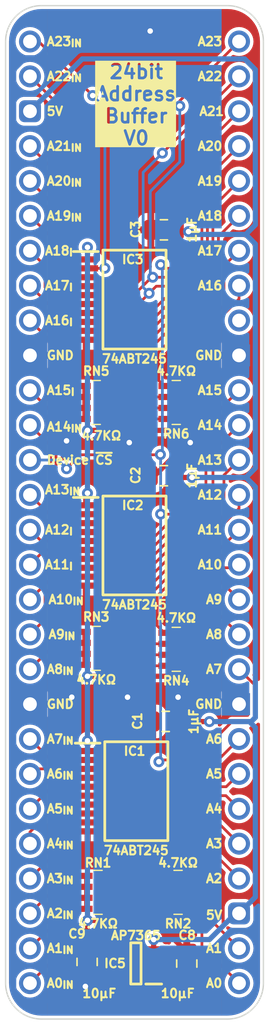
<source format=kicad_pcb>
(kicad_pcb (version 20221018) (generator pcbnew)
  (title_block (title "Address Buffer 24bit") (date "2024-02-01") (rev "V0"))
  (layers (0 "F.Cu" signal) (31 "B.Cu" signal) (36 "B.SilkS" user "B.Silkscreen") (37 "F.SilkS" user "F.Silkscreen") (38 "B.Mask" user) (39 "F.Mask" user) (44 "Edge.Cuts" user))
  (net 0 "")
  (net 1 "/5V")
  (net 2 "/GND")
  (net 3 "/3.3V")
  (net 5 "/Device ~{CS}")
  (net 6 "/A7_{IN}")
  (net 7 "/A6_{IN}")
  (net 8 "/A5_{IN}")
  (net 9 "/A4_{IN}")
  (net 10 "/A3_{IN}")
  (net 11 "/A2_{IN}")
  (net 12 "/A1_{IN}")
  (net 13 "/A0_{IN}")
  (net 14 "/A0")
  (net 15 "/A1")
  (net 16 "/A2")
  (net 17 "/A3")
  (net 18 "/A4")
  (net 19 "/A5")
  (net 20 "/A6")
  (net 21 "/A7")
  (net 22 "/A15_{IN}")
  (net 23 "/A14_{IN}")
  (net 24 "/A13_{IN}")
  (net 25 "/A12_{IN}")
  (net 26 "/A11_{IN}")
  (net 27 "/A10_{IN}")
  (net 28 "/A9_{IN}")
  (net 29 "/A8_{IN}")
  (net 30 "/A8")
  (net 31 "/A9")
  (net 32 "/A10")
  (net 33 "/A11")
  (net 34 "/A12")
  (net 35 "/A13")
  (net 36 "/A14")
  (net 37 "/A15")
  (net 38 "/A23_{IN}")
  (net 39 "/A22_{IN}")
  (net 40 "/A21_{IN}")
  (net 41 "/A20_{IN}")
  (net 42 "/A19_{IN}")
  (net 43 "/A18_{IN}")
  (net 44 "/A17_{IN}")
  (net 45 "/A16_{IN}")
  (net 46 "/A16")
  (net 47 "/A17")
  (net 48 "/A18")
  (net 49 "/A19")
  (net 50 "/A20")
  (net 51 "/A21")
  (net 52 "/A22")
  (net 53 "/A23")
  (footprint "SamacSys_Parts:CAY16472J4LF" (layer "F.Cu") (at 99.568 84.709 180)
    (fp_text reference "RN6")
    (fp_text value "CAY16-472J4LF" hide)
  )
  (footprint "SamacSys_Parts:SOP65P780X200-20N" (layer "F.Cu") (at 96.52 95.123)
    (fp_text reference "IC2")
    (fp_text value "SN74ABT245BDBR" hide)
  )
  (footprint "SamacSys_Parts:C_0805" (layer "F.Cu") (at 100.330485 125.587915)
    (fp_text reference "C8")
    (fp_text value "10µF")
  )
  (footprint "SamacSys_Parts:CAY16472J4LF" (layer "F.Cu") (at 99.701 120.385 180)
    (fp_text reference "RN2")
    (fp_text value "CAY16-472J4LF" hide)
  )
  (footprint "SamacSys_Parts:CAY16472J4LF" (layer "F.Cu") (at 93.859 120.385)
    (fp_text reference "RN1")
    (fp_text value "CAY16-472J4LF" hide)
  )
  (footprint "SamacSys_Parts:CAY16472J4LF" (layer "F.Cu") (at 93.726 102.616)
    (fp_text reference "RN3")
    (fp_text value "CAY16-472J4LF" hide)
  )
  (footprint "SamacSys_Parts:CAY16472J4LF" (layer "F.Cu") (at 93.726 84.709)
    (fp_text reference "RN5")
    (fp_text value "CAY16-472J4LF" hide)
  )
  (footprint "SamacSys_Parts:SOP65P780X200-20N" (layer "F.Cu") (at 96.52 77.216)
    (fp_text reference "IC3")
    (fp_text value "SN74ABT245BDBR" hide)
  )
  (footprint "SamacSys_Parts:C_0805" (layer "F.Cu") (at 98.679 72.136 90)
    (fp_text reference "C3")
    (fp_text value "1μF")
  )
  (footprint "SamacSys_Parts:C_0805" (layer "F.Cu") (at 98.679 90.043 90)
    (fp_text reference "C2")
    (fp_text value "1μF")
  )
  (footprint "SamacSys_Parts:SOP65P780X200-20N" (layer "F.Cu") (at 96.653 113.019)
    (fp_text reference "IC1")
    (fp_text value "SN74ABT245BDBR" hide)
  )
  (footprint "SamacSys_Parts:CAY16472J4LF" (layer "F.Cu") (at 99.568 102.686 180)
    (fp_text reference "RN4")
    (fp_text value "CAY16-472J4LF" hide)
  )
  (footprint "SamacSys_Parts:C_0805" (layer "F.Cu") (at 93.066085 125.435515 180)
    (fp_text reference "C9")
    (fp_text value "10µF")
  )
  (footprint "SamacSys_Parts:SOT95P285X130-5N" (layer "F.Cu") (at 96.622085 125.562515 180)
    (fp_text reference "IC5")
    (fp_text value "AP7365-33WG-7" hide)
  )
  (footprint "SamacSys_Parts:C_0805" (layer "F.Cu") (at 98.812 107.939 90)
    (fp_text reference "C1")
    (fp_text value "1μF")
  )
  (footprint "SamacSys_Parts:DIP-56_Board_W15.24mm" (layer "F.Cu") (at 88.9 58.42)
    (fp_text reference "J2" hide)
    (fp_text value "Conn_02x28_Counter_Clockwise" hide)
    (fp_line (start -1.778 68.58) (end -1.778 0) (stroke (width 0.1)) (layer "Edge.Cuts"))
    (fp_line (start 0.835732 -2.613732) (end 14.404267 -2.613733) (stroke (width 0.1)) (layer "Edge.Cuts"))
    (fp_line (start 14.404268 71.193732) (end 0.835733 71.193733) (stroke (width 0.1)) (layer "Edge.Cuts"))
    (fp_line (start 17.018 68.58) (end 17.017999 -0.000001) (stroke (width 0.1)) (layer "Edge.Cuts"))
    (fp_arc (start -1.778 0) (mid -1.012456 -1.848188) (end 0.835732 -2.613732) (stroke (width 0.1)) (layer "Edge.Cuts"))
    (fp_arc (start 0.835733 71.193733) (mid -1.012457 70.42819) (end -1.778 68.58) (stroke (width 0.1)) (layer "Edge.Cuts"))
    (fp_arc (start 14.404267 -2.613733) (mid 16.252448 -1.848183) (end 17.017999 -0.000001) (stroke (width 0.1)) (layer "Edge.Cuts"))
    (fp_arc (start 17.018 68.58) (mid 16.252456 70.428187) (end 14.404268 71.193732) (stroke (width 0.1)) (layer "Edge.Cuts"))
  )
  (gr_text "GND" (at 90.043 106.68) (layer "F.SilkS") (effects (font (size 0.635 0.635)) (justify left)))
  (gr_text "A14_{IN}" (at 90.043 86.487) (layer "F.SilkS") (effects (font (size 0.635 0.635)) (justify left)))
  (gr_text "GND" (at 102.997 81.28) (layer "F.SilkS") (effects (font (size 0.635 0.635)) (justify right)))
  (gr_text "A21" (at 103.124 63.5) (layer "F.SilkS") (effects (font (size 0.635 0.635)) (justify right)))
  (gr_text "A11" (at 102.997 93.98) (layer "F.SilkS") (effects (font (size 0.635 0.635)) (justify right)))
  (gr_text "5V" (at 90.043 63.5) (layer "F.SilkS") (effects (font (size 0.635 0.635)) (justify left)))
  (gr_text "A8" (at 102.997 101.6) (layer "F.SilkS") (effects (font (size 0.635 0.635)) (justify right)))
  (gr_text "A17_{I}" (at 89.916 76.2) (layer "F.SilkS") (effects (font (size 0.635 0.635)) (justify left)))
  (gr_text "A19" (at 102.997 68.58) (layer "F.SilkS") (effects (font (size 0.635 0.635)) (justify right)))
  (gr_text "A10" (at 102.997 96.52) (layer "F.SilkS") (effects (font (size 0.635 0.635)) (justify right)))
  (gr_text "A22" (at 102.997 60.96) (layer "F.SilkS") (effects (font (size 0.635 0.635)) (justify right)))
  (gr_text "A3" (at 102.997 116.84) (layer "F.SilkS") (effects (font (size 0.635 0.635)) (justify right)))
  (gr_text "A4_{IN}" (at 90.043 116.84) (layer "F.SilkS") (effects (font (size 0.635 0.635)) (justify left)))
  (gr_text "A5" (at 102.997 111.76) (layer "F.SilkS") (effects (font (size 0.635 0.635)) (justify right)))
  (gr_text "A9" (at 102.997 99.06) (layer "F.SilkS") (effects (font (size 0.635 0.635)) (justify right)))
  (gr_text "A6_{IN}" (at 90.043 111.76) (layer "F.SilkS") (effects (font (size 0.635 0.635)) (justify left)))
  (gr_text "A13_{IN}" (at 89.916 91.059) (layer "F.SilkS") (effects (font (size 0.635 0.635)) (justify left)))
  (gr_text "A14" (at 102.997 86.36) (layer "F.SilkS") (effects (font (size 0.635 0.635)) (justify right)))
  (gr_text "A10_{IN}" (at 90.17 99.06) (layer "F.SilkS") (effects (font (size 0.635 0.635)) (justify left)))
  (gr_text "A23" (at 102.997 58.42) (layer "F.SilkS") (effects (font (size 0.635 0.635)) (justify right)))
  (gr_text "A20" (at 102.997 66.04) (layer "F.SilkS") (effects (font (size 0.635 0.635)) (justify right)))
  (gr_text "A22_{IN}" (at 90.043 60.96) (layer "F.SilkS") (effects (font (size 0.635 0.635)) (justify left)))
  (gr_text "A11_{I}" (at 89.916 96.52) (layer "F.SilkS") (effects (font (size 0.635 0.635)) (justify left)))
  (gr_text "A16" (at 102.997 76.2) (layer "F.SilkS") (effects (font (size 0.635 0.635)) (justify right)))
  (gr_text "A4" (at 102.997 114.3) (layer "F.SilkS") (effects (font (size 0.635 0.635)) (justify right)))
  (gr_text "A2" (at 102.997 119.38) (layer "F.SilkS") (effects (font (size 0.635 0.635)) (justify right)))
  (gr_text "A5_{IN}" (at 90.043 114.3) (layer "F.SilkS") (effects (font (size 0.635 0.635)) (justify left)))
  (gr_text "A15" (at 102.997 83.82) (layer "F.SilkS") (effects (font (size 0.635 0.635)) (justify right)))
  (gr_text "A18_{I}" (at 89.916 73.66) (layer "F.SilkS") (effects (font (size 0.635 0.635)) (justify left)))
  (gr_text "A1" (at 102.997 124.46) (layer "F.SilkS") (effects (font (size 0.635 0.635)) (justify right)))
  (gr_text "A7_{IN}" (at 90.043 109.22) (layer "F.SilkS") (effects (font (size 0.635 0.635)) (justify left)))
  (gr_text "A1_{IN}" (at 90.043 124.46) (layer "F.SilkS") (effects (font (size 0.635 0.635)) (justify left)))
  (gr_text "A8_{IN}" (at 90.043 104.14) (layer "F.SilkS") (effects (font (size 0.635 0.635)) (justify left)))
  (gr_text "A16_{I}" (at 89.916 78.74) (layer "F.SilkS") (effects (font (size 0.635 0.635)) (justify left)))
  (gr_text "A13" (at 102.997 88.9) (layer "F.SilkS") (effects (font (size 0.635 0.635)) (justify right)))
  (gr_text "A12" (at 102.997 91.44) (layer "F.SilkS") (effects (font (size 0.635 0.635)) (justify right)))
  (gr_text "5V" (at 102.997 122.047) (layer "F.SilkS") (effects (font (size 0.635 0.635)) (justify right)))
  (gr_text "Device ~{CS}" (at 90.043 88.9) (layer "F.SilkS") (effects (font (size 0.635 0.635)) (justify left)))
  (gr_text "A17" (at 102.997 73.66) (layer "F.SilkS") (effects (font (size 0.635 0.635)) (justify right)))
  (gr_text "A19_{IN}" (at 90.043 71.12) (layer "F.SilkS") (effects (font (size 0.635 0.635)) (justify left)))
  (gr_text "A20_{IN}" (at 90.043 68.58) (layer "F.SilkS") (effects (font (size 0.635 0.635)) (justify left)))
  (gr_text "A18" (at 102.997 71.12) (layer "F.SilkS") (effects (font (size 0.635 0.635)) (justify right)))
  (gr_text "GND" (at 90.043 81.28) (layer "F.SilkS") (effects (font (size 0.635 0.635)) (justify left)))
  (gr_text "A12_{I}" (at 89.916 93.98) (layer "F.SilkS") (effects (font (size 0.635 0.635)) (justify left)))
  (gr_text "A0_{IN}" (at 90.043 127) (layer "F.SilkS") (effects (font (size 0.635 0.635)) (justify left)))
  (gr_text "A2_{IN}" (at 90.043 121.92) (layer "F.SilkS") (effects (font (size 0.635 0.635)) (justify left)))
  (gr_text "24bit\nAddress\nBuffer\nV0" (at 96.647 66.04) (layer "F.SilkS" knockout) (effects (font (size 1 1) (thickness 0.2) bold) (justify bottom)))
  (gr_text "A3_{IN}" (at 90.043 119.38) (layer "F.SilkS") (effects (font (size 0.635 0.635)) (justify left)))
  (gr_text "A15_{I}" (at 90.043 83.82) (layer "F.SilkS") (effects (font (size 0.635 0.635)) (justify left)))
  (gr_text "A9_{IN}" (at 90.17 101.6) (layer "F.SilkS") (effects (font (size 0.635 0.635)) (justify left)))
  (gr_text "A23_{IN}" (at 90.043 58.42) (layer "F.SilkS") (effects (font (size 0.635 0.635)) (justify left)))
  (gr_text "A7" (at 102.997 104.14) (layer "F.SilkS") (effects (font (size 0.635 0.635)) (justify right)))
  (gr_text "A21_{IN}" (at 90.043 66.04) (layer "F.SilkS") (effects (font (size 0.635 0.635)) (justify left)))
  (gr_text "GND" (at 102.997 106.68) (layer "F.SilkS") (effects (font (size 0.635 0.635)) (justify right)))
  (gr_text "A6" (at 102.997 109.22) (layer "F.SilkS") (effects (font (size 0.635 0.635)) (justify right)))
  (gr_text "A0" (at 102.997 127) (layer "F.SilkS") (effects (font (size 0.635 0.635)) (justify right)))
  (segment (start 99.613 90.043) (end 99.613 91.741) (width 0.38) (layer "F.Cu") (net 1))
  (segment (start 98.877085 124.612515) (end 97.922085 124.612515) (width 0.38) (layer "F.Cu") (net 1))
  (segment (start 97.922085 126.512515) (end 98.877085 126.512515) (width 0.38) (layer "F.Cu") (net 1))
  (segment (start 97.917 123.825) (end 97.917 124.60743) (width 0.38) (layer "F.Cu") (net 1))
  (segment (start 98.887085 125.460915) (end 99.543085 125.460915) (width 0.38) (layer "F.Cu") (net 1))
  (segment (start 98.887085 125.460915) (end 98.887085 124.622515) (width 0.38) (layer "F.Cu") (net 1))
  (segment (start 99.543085 125.460915) (end 100.330485 126.248315) (width 0.38) (layer "F.Cu") (net 1))
  (segment (start 100.457 72.263) (end 99.74 72.263) (width 0.38) (layer "F.Cu") (net 1))
  (segment (start 99.613 72.136) (end 99.613 73.834) (width 0.38) (layer "F.Cu") (net 1))
  (segment (start 98.887085 126.502515) (end 98.887085 125.460915) (width 0.38) (layer "F.Cu") (net 1))
  (segment (start 99.613 73.834) (end 100.07 74.291) (width 0.38) (layer "F.Cu") (net 1))
  (segment (start 99.746 107.939) (end 99.746 109.637) (width 0.38) (layer "F.Cu") (net 1))
  (segment (start 100.711 90.17) (end 99.74 90.17) (width 0.38) (layer "F.Cu") (net 1))
  (segment (start 98.877085 126.512515) (end 98.887085 126.502515) (width 0.38) (layer "F.Cu") (net 1))
  (segment (start 98.887085 124.622515) (end 98.877085 124.612515) (width 0.38) (layer "F.Cu") (net 1))
  (segment (start 99.746 109.637) (end 100.203 110.094) (width 0.38) (layer "F.Cu") (net 1))
  (segment (start 99.613 91.741) (end 100.07 92.198) (width 0.38) (layer "F.Cu") (net 1))
  (segment (start 101.981 107.95) (end 99.757 107.95) (width 0.38) (layer "F.Cu") (net 1))
  (via (at 97.917 123.825) (size 0.8) (drill 0.4) (layers "F.Cu" "B.Cu") (net 1))
  (via (at 101.981 107.95) (size 0.8) (drill 0.4) (layers "F.Cu" "B.Cu") (net 1))
  (via (at 100.711 90.17) (size 0.8) (drill 0.4) (layers "F.Cu" "B.Cu") (net 1))
  (via (at 100.457 72.263) (size 0.8) (drill 0.4) (layers "F.Cu" "B.Cu") (net 1))
  (segment (start 92.71 59.69) (end 88.9 63.5) (width 0.38) (layer "B.Cu") (net 1))
  (segment (start 104.632915 72.47) (end 105.33 71.772915) (width 0.38) (layer "B.Cu") (net 1))
  (segment (start 101.981 123.825) (end 97.917 123.825) (width 0.38) (layer "B.Cu") (net 1))
  (segment (start 104.648 90.17) (end 105.33 89.488) (width 0.38) (layer "B.Cu") (net 1))
  (segment (start 103.886 121.92) (end 101.981 123.825) (width 0.38) (layer "B.Cu") (net 1))
  (segment (start 105.33 90.852) (end 105.33 107.649) (width 0.38) (layer "B.Cu") (net 1))
  (segment (start 105.029 107.95) (end 104.902 107.95) (width 0.38) (layer "B.Cu") (net 1))
  (segment (start 105.33 71.772915) (end 105.33 60.467085) (width 0.38) (layer "B.Cu") (net 1))
  (segment (start 104.552915 59.69) (end 92.71 59.69) (width 0.38) (layer "B.Cu") (net 1))
  (segment (start 104.14 121.92) (end 105.33 120.73) (width 0.38) (layer "B.Cu") (net 1))
  (segment (start 104.648 90.17) (end 105.33 90.852) (width 0.38) (layer "B.Cu") (net 1))
  (segment (start 105.33 107.649) (end 105.029 107.95) (width 0.38) (layer "B.Cu") (net 1))
  (segment (start 105.33 108.378) (end 105.029 108.077) (width 0.38) (layer "B.Cu") (net 1))
  (segment (start 105.33 89.488) (end 105.33 73.167085) (width 0.38) (layer "B.Cu") (net 1))
  (segment (start 104.648 90.17) (end 100.711 90.17) (width 0.38) (layer "B.Cu") (net 1))
  (segment (start 105.33 120.73) (end 105.33 108.378) (width 0.38) (layer "B.Cu") (net 1))
  (segment (start 105.029 108.077) (end 104.902 107.95) (width 0.38) (layer "B.Cu") (net 1))
  (segment (start 105.33 73.167085) (end 104.632915 72.47) (width 0.38) (layer "B.Cu") (net 1))
  (segment (start 101.981 107.95) (end 104.902 107.95) (width 0.38) (layer "B.Cu") (net 1))
  (segment (start 100.664 72.47) (end 100.457 72.263) (width 0.38) (layer "B.Cu") (net 1))
  (segment (start 104.632915 72.47) (end 100.664 72.47) (width 0.38) (layer "B.Cu") (net 1))
  (segment (start 105.33 60.467085) (end 104.552915 59.69) (width 0.38) (layer "B.Cu") (net 1))
  (segment (start 97.217085 125.562515) (end 96.622085 126.157515) (width 0.38) (layer "F.Cu") (net 2))
  (segment (start 94.742 97.556) (end 94.25 98.048) (width 0.38) (layer "F.Cu") (net 2))
  (segment (start 97.713 74.118) (end 94.869 76.962) (width 0.38) (layer "F.Cu") (net 2))
  (segment (start 97.713 90.043) (end 94.742 93.014) (width 0.38) (layer "F.Cu") (net 2))
  (segment (start 94.869 76.962) (end 94.869 79.522) (width 0.38) (layer "F.Cu") (net 2))
  (segment (start 96.622085 126.157515) (end 96.622085 127.635) (width 0.38) (layer "F.Cu") (net 2))
  (segment (start 94.742 93.014) (end 94.742 97.556) (width 0.38) (layer "F.Cu") (net 2))
  (segment (start 91.948 106.172) (end 96.012 106.172) (width 0.38) (layer "F.Cu") (net 2))
  (segment (start 99.314 88.711903) (end 99.314 87.63) (width 0.38) (layer "F.Cu") (net 2))
  (segment (start 100.228085 124.621915) (end 99.162085 123.555915) (width 0.38) (layer "F.Cu") (net 2))
  (segment (start 97.713 72.136) (end 97.713 57.708) (width 0.38) (layer "F.Cu") (net 2))
  (segment (start 93.066085 126.401515) (end 94.29957 127.635) (width 0.38) (layer "F.Cu") (net 2))
  (segment (start 99.314 87.63) (end 96.139 87.63) (width 0.38) (layer "F.Cu") (net 2))
  (segment (start 94.383 115.944) (end 93.103 115.944) (width 0.38) (layer "F.Cu") (net 2))
  (segment (start 97.713 57.708) (end 97.663 57.658) (width 0.38) (layer "F.Cu") (net 2))
  (segment (start 96.139 87.63) (end 91.694 87.63) (width 0.38) (layer "F.Cu") (net 2))
  (segment (start 94.869 115.458) (end 94.383 115.944) (width 0.38) (layer "F.Cu") (net 2))
  (segment (start 97.846 107.939) (end 94.869 110.916) (width 0.38) (layer "F.Cu") (net 2))
  (segment (start 94.869 79.522) (end 94.25 80.141) (width 0.38) (layer "F.Cu") (net 2))
  (segment (start 101.243915 127.635) (end 101.575085 127.30383) (width 0.38) (layer "F.Cu") (net 2))
  (segment (start 97.713 72.136) (end 97.713 74.118) (width 0.38) (layer "F.Cu") (net 2))
  (segment (start 94.29957 127.635) (end 96.622085 127.635) (width 0.38) (layer "F.Cu") (net 2))
  (segment (start 94.869 110.916) (end 94.869 115.458) (width 0.38) (layer "F.Cu") (net 2))
  (segment (start 96.012 106.172) (end 99.695 106.172) (width 0.38) (layer "F.Cu") (net 2))
  (segment (start 92.939085 127.238915) (end 92.939085 126.528515) (width 0.38) (layer "F.Cu") (net 2))
  (segment (start 94.25 80.141) (end 92.97 80.141) (width 0.38) (layer "F.Cu") (net 2))
  (segment (start 97.922085 125.562515) (end 97.217085 125.562515) (width 0.38) (layer "F.Cu") (net 2))
  (segment (start 96.622085 127.635) (end 101.243915 127.635) (width 0.38) (layer "F.Cu") (net 2))
  (segment (start 101.575085 127.30383) (end 101.575085 125.866515) (width 0.38) (layer "F.Cu") (net 2))
  (segment (start 101.575085 125.866515) (end 100.330485 124.621915) (width 0.38) (layer "F.Cu") (net 2))
  (segment (start 91.694 87.63) (end 91.567 87.503) (width 0.38) (layer "F.Cu") (net 2))
  (segment (start 97.982903 90.043) (end 99.314 88.711903) (width 0.38) (layer "F.Cu") (net 2))
  (segment (start 100.584 87.63) (end 99.314 87.63) (width 0.38) (layer "F.Cu") (net 2))
  (segment (start 94.25 98.048) (end 92.97 98.048) (width 0.38) (layer "F.Cu") (net 2))
  (via (at 91.948 106.172) (size 0.8) (drill 0.4) (layers "F.Cu" "B.Cu") (net 2))
  (via (at 99.695 106.172) (size 0.8) (drill 0.4) (layers "F.Cu" "B.Cu") (net 2))
  (via (at 91.567 87.503) (size 0.8) (drill 0.4) (layers "F.Cu" "B.Cu") (net 2))
  (via (at 96.012 106.172) (size 0.8) (drill 0.4) (layers "F.Cu" "B.Cu") (net 2))
  (via (at 96.139 87.63) (size 0.8) (drill 0.4) (layers "F.Cu" "B.Cu") (net 2))
  (via (at 100.584 87.63) (size 0.8) (drill 0.4) (layers "F.Cu" "B.Cu") (net 2))
  (via (at 92.939085 127.238915) (size 0.8) (drill 0.4) (layers "F.Cu" "B.Cu") (net 2))
  (via (at 97.663 57.658) (size 0.8) (drill 0.4) (layers "F.Cu" "B.Cu") (net 2))
  (segment (start 87.71 80.09) (end 88.9 81.28) (width 0.38) (layer "B.Cu") (net 2))
  (segment (start 87.71 82.47) (end 87.71 105.49) (width 0.38) (layer "B.Cu") (net 2))
  (segment (start 99.695 106.172) (end 102.489 106.172) (width 0.38) (layer "B.Cu") (net 2))
  (segment (start 91.908 128.27) (end 88.487085 128.27) (width 0.38) (layer "B.Cu") (net 2))
  (segment (start 90.424 106.68) (end 88.9 106.68) (width 0.38) (layer "B.Cu") (net 2))
  (segment (start 97.663 57.658) (end 92.329 57.658) (width 0.38) (layer "B.Cu") (net 2))
  (segment (start 92.939085 127.238915) (end 91.908 128.27) (width 0.38) (layer "B.Cu") (net 2))
  (segment (start 87.71 105.49) (end 88.9 106.68) (width 0.38) (layer "B.Cu") (net 2))
  (segment (start 92.329 57.658) (end 90.377 59.61) (width 0.38) (layer "B.Cu") (net 2))
  (segment (start 88.9 81.28) (end 87.71 82.47) (width 0.38) (layer "B.Cu") (net 2))
  (segment (start 90.932 106.172) (end 91.948 106.172) (width 0.38) (layer "B.Cu") (net 2))
  (segment (start 102.489 106.172) (end 102.997 106.68) (width 0.38) (layer "B.Cu") (net 2))
  (segment (start 87.71 107.87) (end 88.9 106.68) (width 0.38) (layer "B.Cu") (net 2))
  (segment (start 102.997 106.68) (end 104.14 106.68) (width 0.38) (layer "B.Cu") (net 2))
  (segment (start 104.14 81.28) (end 100.584 84.836) (width 0.38) (layer "B.Cu") (net 2))
  (segment (start 87.71 127.492915) (end 87.71 107.87) (width 0.38) (layer "B.Cu") (net 2))
  (segment (start 90.932 106.172) (end 90.424 106.68) (width 0.38) (layer "B.Cu") (net 2))
  (segment (start 87.71 60.467085) (end 87.71 80.09) (width 0.38) (layer "B.Cu") (net 2))
  (segment (start 91.567 83.947) (end 88.9 81.28) (width 0.38) (layer "B.Cu") (net 2))
  (segment (start 88.567085 59.61) (end 87.71 60.467085) (width 0.38) (layer "B.Cu") (net 2))
  (segment (start 88.487085 128.27) (end 87.71 127.492915) (width 0.38) (layer "B.Cu") (net 2))
  (segment (start 90.377 59.61) (end 88.567085 59.61) (width 0.38) (layer "B.Cu") (net 2))
  (segment (start 100.584 84.836) (end 100.584 87.63) (width 0.38) (layer "B.Cu") (net 2))
  (segment (start 91.567 87.503) (end 91.567 83.947) (width 0.38) (layer "B.Cu") (net 2))
  (segment (start 92.97 92.198) (end 92.97 91.434) (width 0.38) (layer "F.Cu") (net 3))
  (segment (start 100.389 86.301) (end 100.389 85.909) (width 0.38) (layer "F.Cu") (net 3))
  (segment (start 100.389 85.109) (end 100.389 84.309) (width 0.38) (layer "F.Cu") (net 3))
  (segment (start 93.038 120.785) (end 93.038 121.585) (width 0.38) (layer "F.Cu") (net 3))
  (segment (start 100.389 85.909) (end 100.389 85.109) (width 0.38) (layer "F.Cu") (net 3))
  (segment (start 93.091 121.638) (end 93.038 121.585) (width 0.38) (layer "F.Cu") (net 3))
  (segment (start 100.389 104.335) (end 100.389 103.886) (width 0.38) (layer "F.Cu") (net 3))
  (segment (start 100.389 102.286) (end 100.389 101.486) (width 0.38) (layer "F.Cu") (net 3))
  (segment (start 93.103 109.359) (end 93.091 109.347) (width 0.38) (layer "F.Cu") (net 3))
  (segment (start 93.091 74.17) (end 92.97 74.291) (width 0.38) (layer "F.Cu") (net 3))
  (segment (start 92.97 91.434) (end 93.091 91.313) (width 0.38) (layer "F.Cu") (net 3))
  (segment (start 100.522 120.785) (end 100.522 121.585) (width 0.38) (layer "F.Cu") (net 3))
  (segment (start 93.091 122.428) (end 100.203 122.428) (width 0.38) (layer "F.Cu") (net 3))
  (segment (start 93.311085 124.501515) (end 95.322085 126.512515) (width 0.38) (layer "F.Cu") (net 3))
  (segment (start 100.389 103.886) (end 100.389 103.086) (width 0.38) (layer "F.Cu") (net 3))
  (segment (start 92.905 85.909) (end 92.905 85.109) (width 0.38) (layer "F.Cu") (net 3))
  (segment (start 93.038 119.985) (end 93.038 120.785) (width 0.38) (layer "F.Cu") (net 3))
  (segment (start 92.905 85.109) (end 92.905 84.309) (width 0.38) (layer "F.Cu") (net 3))
  (segment (start 93.091 73.406) (end 93.091 74.17) (width 0.38) (layer "F.Cu") (net 3))
  (segment (start 93.038 119.185) (end 93.038 119.985) (width 0.38) (layer "F.Cu") (net 3))
  (segment (start 93.091 104.648) (end 100.076 104.648) (width 0.38) (layer "F.Cu") (net 3))
  (segment (start 100.522 122.109) (end 100.522 121.585) (width 0.38) (layer "F.Cu") (net 3))
  (segment (start 92.905 83.509) (end 92.905 84.309) (width 0.38) (layer "F.Cu") (net 3))
  (segment (start 93.103 110.094) (end 93.103 109.359) (width 0.38) (layer "F.Cu") (net 3))
  (segment (start 93.091 86.095) (end 92.905 85.909) (width 0.38) (layer "F.Cu") (net 3))
  (segment (start 93.066085 124.501515) (end 93.066085 122.452915) (width 0.38) (layer "F.Cu") (net 3))
  (segment (start 100.076 104.648) (end 100.389 104.335) (width 0.38) (layer "F.Cu") (net 3))
  (segment (start 100.522 119.185) (end 100.522 119.985) (width 0.38) (layer "F.Cu") (net 3))
  (segment (start 92.905 102.216) (end 92.905 101.416) (width 0.38) (layer "F.Cu") (net 3))
  (segment (start 92.905 103.016) (end 92.905 102.216) (width 0.38) (layer "F.Cu") (net 3))
  (segment (start 100.522 119.985) (end 100.522 120.785) (width 0.38) (layer "F.Cu") (net 3))
  (segment (start 100.389 84.309) (end 100.389 83.509) (width 0.38) (layer "F.Cu") (net 3))
  (segment (start 93.091 122.428) (end 93.091 121.638) (width 0.38) (layer "F.Cu") (net 3))
  (segment (start 93.091 86.741) (end 93.091 86.095) (width 0.38) (layer "F.Cu") (net 3))
  (segment (start 93.091 104.648) (end 93.091 104.002) (width 0.38) (layer "F.Cu") (net 3))
  (segment (start 93.091 104.002) (end 92.905 103.816) (width 0.38) (layer "F.Cu") (net 3))
  (segment (start 100.203 122.428) (end 100.522 122.109) (width 0.38) (layer "F.Cu") (net 3))
  (segment (start 100.389 103.086) (end 100.389 102.286) (width 0.38) (layer "F.Cu") (net 3))
  (segment (start 93.066085 122.452915) (end 93.091 122.428) (width 0.38) (layer "F.Cu") (net 3))
  (segment (start 99.949 86.741) (end 100.389 86.301) (width 0.38) (layer "F.Cu") (net 3))
  (segment (start 93.091 86.741) (end 99.949 86.741) (width 0.38) (layer "F.Cu") (net 3))
  (segment (start 92.905 103.816) (end 92.905 103.016) (width 0.38) (layer "F.Cu") (net 3))
  (via (at 93.091 91.313) (size 0.8) (drill 0.4) (layers "F.Cu" "B.Cu") (net 3))
  (via (at 93.091 122.428) (size 0.8) (drill 0.4) (layers "F.Cu" "B.Cu") (net 3))
  (via (at 93.091 73.406) (size 0.8) (drill 0.4) (layers "F.Cu" "B.Cu") (net 3))
  (via (at 93.091 109.347) (size 0.8) (drill 0.4) (layers "F.Cu" "B.Cu") (net 3))
  (via (at 93.091 104.648) (size 0.8) (drill 0.4) (layers "F.Cu" "B.Cu") (net 3))
  (via (at 93.091 86.741) (size 0.8) (drill 0.4) (layers "F.Cu" "B.Cu") (net 3))
  (segment (start 93.091 86.741) (end 93.091 73.406) (width 0.38) (layer "B.Cu") (net 3))
  (segment (start 93.091 109.347) (end 93.091 104.648) (width 0.38) (layer "B.Cu") (net 3))
  (segment (start 93.091 91.313) (end 93.091 86.741) (width 0.38) (layer "B.Cu") (net 3))
  (segment (start 93.091 104.648) (end 93.091 91.313) (width 0.38) (layer "B.Cu") (net 3))
  (segment (start 93.091 122.428) (end 93.091 109.347) (width 0.38) (layer "B.Cu") (net 3))
  (segment (start 100.203 110.744) (end 98.425 110.744) (width 0.2) (layer "F.Cu") (net 5))
  (segment (start 92.583 88.519) (end 98.389672 88.519) (width 0.2) (layer "F.Cu") (net 5))
  (segment (start 100.07 74.941) (end 98.69 74.941) (width 0.2) (layer "F.Cu") (net 5))
  (segment (start 98.436 92.848) (end 98.425 92.837) (width 0.2) (layer "F.Cu") (net 5))
  (segment (start 98.69 74.941) (end 98.425 74.676) (width 0.2) (layer "F.Cu") (net 5))
  (segment (start 98.389672 88.519) (end 98.407336 88.501336) (width 0.2) (layer "F.Cu") (net 5))
  (segment (start 98.425 110.744) (end 98.298 110.871) (width 0.2) (layer "F.Cu") (net 5))
  (segment (start 100.07 92.848) (end 98.436 92.848) (width 0.2) (layer "F.Cu") (net 5))
  (segment (start 91.567 89.535) (end 92.583 88.519) (width 0.2) (layer "F.Cu") (net 5))
  (via (at 98.425 74.676) (size 0.8) (drill 0.4) (layers "F.Cu" "B.Cu") (net 5))
  (via (at 98.425 92.837) (size 0.8) (drill 0.4) (layers "F.Cu" "B.Cu") (net 5))
  (via (at 98.298 110.871) (size 0.8) (drill 0.4) (layers "F.Cu" "B.Cu") (net 5))
  (via (at 91.567 89.535) (size 0.8) (drill 0.4) (layers "F.Cu" "B.Cu") (net 5))
  (via (at 98.407336 88.501336) (size 0.8) (drill 0.4) (layers "F.Cu" "B.Cu") (net 5))
  (segment (start 98.425 74.676) (end 98.552006 74.803006) (width 0.2) (layer "B.Cu") (net 5))
  (segment (start 88.9 88.9) (end 90.932 88.9) (width 0.2) (layer "B.Cu") (net 5))
  (segment (start 98.552006 74.803006) (end 98.552006 88.356666) (width 0.2) (layer "B.Cu") (net 5))
  (segment (start 98.552006 88.356666) (end 98.407336 88.501336) (width 0.2) (layer "B.Cu") (net 5))
  (segment (start 98.425 92.837) (end 98.425 88.519) (width 0.2) (layer "B.Cu") (net 5))
  (segment (start 90.932 88.9) (end 91.567 89.535) (width 0.2) (layer "B.Cu") (net 5))
  (segment (start 98.425 110.744) (end 98.298 110.871) (width 0.2) (layer "B.Cu") (net 5))
  (segment (start 98.425 88.519) (end 98.407336 88.501336) (width 0.2) (layer "B.Cu") (net 5))
  (segment (start 98.425 92.837) (end 98.425 110.744) (width 0.2) (layer "B.Cu") (net 5))
  (segment (start 90.424 110.744) (end 93.103 110.744) (width 0.2) (layer "F.Cu") (net 6))
  (segment (start 88.9 109.22) (end 90.424 110.744) (width 0.2) (layer "F.Cu") (net 6))
  (segment (start 93.103 111.394) (end 89.266 111.394) (width 0.2) (layer "F.Cu") (net 7))
  (segment (start 88.9 114.3) (end 91.156 112.044) (width 0.2) (layer "F.Cu") (net 8))
  (segment (start 91.156 112.044) (end 93.103 112.044) (width 0.2) (layer "F.Cu") (net 8))
  (segment (start 88.9 116.84) (end 88.9 115.99063) (width 0.2) (layer "F.Cu") (net 9))
  (segment (start 88.9 115.99063) (end 92.19663 112.694) (width 0.2) (layer "F.Cu") (net 9))
  (segment (start 92.19663 112.694) (end 93.103 112.694) (width 0.2) (layer "F.Cu") (net 9))
  (segment (start 92.112316 113.344) (end 93.103 113.344) (width 0.2) (layer "F.Cu") (net 10))
  (segment (start 90.57 114.886316) (end 92.112316 113.344) (width 0.2) (layer "F.Cu") (net 10))
  (segment (start 88.9 119.38) (end 90.57 117.71) (width 0.2) (layer "F.Cu") (net 10))
  (segment (start 90.57 117.71) (end 90.57 114.886316) (width 0.2) (layer "F.Cu") (net 10))
  (segment (start 93.103 113.994) (end 92.028002 113.994) (width 0.2) (layer "F.Cu") (net 11))
  (segment (start 91.097 114.925002) (end 91.097 119.723) (width 0.2) (layer "F.Cu") (net 11))
  (segment (start 92.028002 113.994) (end 91.097 114.925002) (width 0.2) (layer "F.Cu") (net 11))
  (segment (start 91.097 119.723) (end 88.9 121.92) (width 0.2) (layer "F.Cu") (net 11))
  (segment (start 92.003 114.644) (end 93.103 114.644) (width 0.2) (layer "F.Cu") (net 12))
  (segment (start 91.497 121.863) (end 91.497001 115.149999) (width 0.2) (layer "F.Cu") (net 12))
  (segment (start 91.497001 115.149999) (end 92.003 114.644) (width 0.2) (layer "F.Cu") (net 12))
  (segment (start 88.9 124.46) (end 91.497 121.863) (width 0.2) (layer "F.Cu") (net 12))
  (segment (start 92.003 115.294) (end 91.897001 115.399999) (width 0.2) (layer "F.Cu") (net 13))
  (segment (start 91.897001 124.002999) (end 88.9 127) (width 0.2) (layer "F.Cu") (net 13))
  (segment (start 93.103 115.294) (end 92.003 115.294) (width 0.2) (layer "F.Cu") (net 13))
  (segment (start 91.897001 115.399999) (end 91.897001 124.002999) (width 0.2) (layer "F.Cu") (net 13))
  (segment (start 100.203 115.944) (end 100.203 116.574372) (width 0.2) (layer "F.Cu") (net 14))
  (segment (start 101.435 117.806372) (end 101.435 124.295) (width 0.2) (layer "F.Cu") (net 14))
  (segment (start 100.203 116.574372) (end 101.435 117.806372) (width 0.2) (layer "F.Cu") (net 14))
  (segment (start 98.552 118.915) (end 98.552 116.459) (width 0.2) (layer "F.Cu") (net 14))
  (segment (start 101.435 124.295) (end 104.14 127) (width 0.2) (layer "F.Cu") (net 14))
  (segment (start 98.822 119.185) (end 98.552 118.915) (width 0.2) (layer "F.Cu") (net 14))
  (segment (start 99.067 115.944) (end 100.203 115.944) (width 0.2) (layer "F.Cu") (net 14))
  (segment (start 98.552 116.459) (end 99.067 115.944) (width 0.2) (layer "F.Cu") (net 14))
  (segment (start 101.835 122.155) (end 104.14 124.46) (width 0.2) (layer "F.Cu") (net 15))
  (segment (start 98.268 119.985) (end 98.072 119.789) (width 0.2) (layer "F.Cu") (net 15))
  (segment (start 98.955 115.294) (end 100.203 115.294) (width 0.2) (layer "F.Cu") (net 15))
  (segment (start 98.072 119.789) (end 98.072 116.177) (width 0.2) (layer "F.Cu") (net 15))
  (segment (start 101.303 115.294) (end 101.403 115.394) (width 0.2) (layer "F.Cu") (net 15))
  (segment (start 98.822 119.985) (end 98.268 119.985) (width 0.2) (layer "F.Cu") (net 15))
  (segment (start 100.203 115.294) (end 101.303 115.294) (width 0.2) (layer "F.Cu") (net 15))
  (segment (start 98.072 116.177) (end 98.955 115.294) (width 0.2) (layer "F.Cu") (net 15))
  (segment (start 101.403 117.208686) (end 101.835 117.640686) (width 0.2) (layer "F.Cu") (net 15))
  (segment (start 101.835 117.640686) (end 101.835 122.155) (width 0.2) (layer "F.Cu") (net 15))
  (segment (start 101.403 115.394) (end 101.403 117.208686) (width 0.2) (layer "F.Cu") (net 15))
  (segment (start 97.672 120.285) (end 98.172 120.785) (width 0.2) (layer "F.Cu") (net 16))
  (segment (start 101.303 114.644) (end 100.203 114.644) (width 0.2) (layer "F.Cu") (net 16))
  (segment (start 100.203 114.644) (end 99.039315 114.644) (width 0.2) (layer "F.Cu") (net 16))
  (segment (start 101.803 117.043) (end 101.803 115.144) (width 0.2) (layer "F.Cu") (net 16))
  (segment (start 99.039315 114.644) (end 97.672 116.011315) (width 0.2) (layer "F.Cu") (net 16))
  (segment (start 98.172 120.785) (end 98.822 120.785) (width 0.2) (layer "F.Cu") (net 16))
  (segment (start 104.14 119.38) (end 101.803 117.043) (width 0.2) (layer "F.Cu") (net 16))
  (segment (start 97.672 116.011315) (end 97.672 120.285) (width 0.2) (layer "F.Cu") (net 16))
  (segment (start 101.803 115.144) (end 101.303 114.644) (width 0.2) (layer "F.Cu") (net 16))
  (segment (start 99.103 113.994) (end 97.272 115.825) (width 0.2) (layer "F.Cu") (net 17))
  (segment (start 98.172 121.585) (end 98.822 121.585) (width 0.2) (layer "F.Cu") (net 17))
  (segment (start 100.203 113.994) (end 99.103 113.994) (width 0.2) (layer "F.Cu") (net 17))
  (segment (start 97.272 120.685) (end 98.172 121.585) (width 0.2) (layer "F.Cu") (net 17))
  (segment (start 101.294 113.994) (end 100.203 113.994) (width 0.2) (layer "F.Cu") (net 17))
  (segment (start 104.14 116.84) (end 101.294 113.994) (width 0.2) (layer "F.Cu") (net 17))
  (segment (start 97.272 115.825) (end 97.272 120.685) (width 0.2) (layer "F.Cu") (net 17))
  (segment (start 96.831 115.616) (end 96.831 120.142) (width 0.2) (layer "F.Cu") (net 18))
  (segment (start 103.184 113.344) (end 100.203 113.344) (width 0.2) (layer "F.Cu") (net 18))
  (segment (start 95.388 121.585) (end 94.738 121.585) (width 0.2) (layer "F.Cu") (net 18))
  (segment (start 100.203 113.344) (end 99.103 113.344) (width 0.2) (layer "F.Cu") (net 18))
  (segment (start 104.14 114.3) (end 103.184 113.344) (width 0.2) (layer "F.Cu") (net 18))
  (segment (start 96.831 120.142) (end 95.388 121.585) (width 0.2) (layer "F.Cu") (net 18))
  (segment (start 99.103 113.344) (end 96.831 115.616) (width 0.2) (layer "F.Cu") (net 18))
  (segment (start 99.103 112.694) (end 96.431 115.366) (width 0.2) (layer "F.Cu") (net 19))
  (segment (start 103.206 112.694) (end 100.203 112.694) (width 0.2) (layer "F.Cu") (net 19))
  (segment (start 104.14 111.76) (end 103.206 112.694) (width 0.2) (layer "F.Cu") (net 19))
  (segment (start 96.431 115.366) (end 96.431 119.742) (width 0.2) (layer "F.Cu") (net 19))
  (segment (start 96.431 119.742) (end 95.388 120.785) (width 0.2) (layer "F.Cu") (net 19))
  (segment (start 95.388 120.785) (end 94.738 120.785) (width 0.2) (layer "F.Cu") (net 19))
  (segment (start 100.203 112.694) (end 99.103 112.694) (width 0.2) (layer "F.Cu") (net 19))
  (segment (start 101.316 112.044) (end 100.203 112.044) (width 0.2) (layer "F.Cu") (net 20))
  (segment (start 95.388 119.985) (end 94.738 119.985) (width 0.2) (layer "F.Cu") (net 20))
  (segment (start 96.031 115.116) (end 96.031 119.342) (width 0.2) (layer "F.Cu") (net 20))
  (segment (start 99.103 112.044) (end 96.031 115.116) (width 0.2) (layer "F.Cu") (net 20))
  (segment (start 104.14 109.22) (end 101.316 112.044) (width 0.2) (layer "F.Cu") (net 20))
  (segment (start 100.203 112.044) (end 99.103 112.044) (width 0.2) (layer "F.Cu") (net 20))
  (segment (start 96.031 119.342) (end 95.388 119.985) (width 0.2) (layer "F.Cu") (net 20))
  (segment (start 105.24 105.24) (end 104.14 104.14) (width 0.2) (layer "F.Cu") (net 21))
  (segment (start 94.738 119.185) (end 95.318 119.185) (width 0.2) (layer "F.Cu") (net 21))
  (segment (start 101.403 111.269) (end 101.403 110.179) (width 0.2) (layer "F.Cu") (net 21))
  (segment (start 95.631 114.891) (end 99.128 111.394) (width 0.2) (layer "F.Cu") (net 21))
  (segment (start 101.278 111.394) (end 101.403 111.269) (width 0.2) (layer "F.Cu") (net 21))
  (segment (start 103.632 107.95) (end 105.07 107.95) (width 0.2) (layer "F.Cu") (net 21))
  (segment (start 95.318 119.185) (end 95.631 118.872) (width 0.2) (layer "F.Cu") (net 21))
  (segment (start 101.403 110.179) (end 103.632 107.95) (width 0.2) (layer "F.Cu") (net 21))
  (segment (start 95.631 118.872) (end 95.631 114.891) (width 0.2) (layer "F.Cu") (net 21))
  (segment (start 105.24 107.78) (end 105.24 105.24) (width 0.2) (layer "F.Cu") (net 21))
  (segment (start 99.128 111.394) (end 100.203 111.394) (width 0.2) (layer "F.Cu") (net 21))
  (segment (start 105.07 107.95) (end 105.24 107.78) (width 0.2) (layer "F.Cu") (net 21))
  (segment (start 100.203 111.394) (end 101.278 111.394) (width 0.2) (layer "F.Cu") (net 21))
  (segment (start 92.97 92.848) (end 91.895 92.848) (width 0.2) (layer "F.Cu") (net 22))
  (segment (start 90.8 91.753) (end 90.8 85.72) (width 0.2) (layer "F.Cu") (net 22))
  (segment (start 90.8 85.72) (end 88.9 83.82) (width 0.2) (layer "F.Cu") (net 22))
  (segment (start 91.895 92.848) (end 90.8 91.753) (width 0.2) (layer "F.Cu") (net 22))
  (segment (start 92.97 93.498) (end 91.87 93.498) (width 0.2) (layer "F.Cu") (net 23))
  (segment (start 91.87 93.498) (end 90.4 92.028) (width 0.2) (layer "F.Cu") (net 23))
  (segment (start 90.4 92.028) (end 90.4 87.86) (width 0.2) (layer "F.Cu") (net 23))
  (segment (start 90.4 87.86) (end 88.9 86.36) (width 0.2) (layer "F.Cu") (net 23))
  (segment (start 92.97 94.148) (end 91.608 94.148) (width 0.2) (layer "F.Cu") (net 24))
  (segment (start 91.608 94.148) (end 88.9 91.44) (width 0.2) (layer "F.Cu") (net 24))
  (segment (start 88.9 93.98) (end 89.718 94.798) (width 0.2) (layer "F.Cu") (net 25))
  (segment (start 89.718 94.798) (end 92.97 94.798) (width 0.2) (layer "F.Cu") (net 25))
  (segment (start 92.97 95.448) (end 89.972 95.448) (width 0.2) (layer "F.Cu") (net 26))
  (segment (start 89.972 95.448) (end 88.9 96.52) (width 0.2) (layer "F.Cu") (net 26))
  (segment (start 92.97 96.098) (end 91.862 96.098) (width 0.2) (layer "F.Cu") (net 27))
  (segment (start 91.862 96.098) (end 88.9 99.06) (width 0.2) (layer "F.Cu") (net 27))
  (segment (start 90 98.618) (end 91.87 96.748) (width 0.2) (layer "F.Cu") (net 28))
  (segment (start 88.9 101.6) (end 90 100.5) (width 0.2) (layer "F.Cu") (net 28))
  (segment (start 91.87 96.748) (end 92.97 96.748) (width 0.2) (layer "F.Cu") (net 28))
  (segment (start 90 100.5) (end 90 98.618) (width 0.2) (layer "F.Cu") (net 28))
  (segment (start 90.424 98.844) (end 90.424 102.616) (width 0.2) (layer "F.Cu") (net 29))
  (segment (start 90.424 102.616) (end 88.9 104.14) (width 0.2) (layer "F.Cu") (net 29))
  (segment (start 91.87 97.398) (end 90.424 98.844) (width 0.2) (layer "F.Cu") (net 29))
  (segment (start 92.97 97.398) (end 91.87 97.398) (width 0.2) (layer "F.Cu") (net 29))
  (segment (start 98.176998 98.800002) (end 98.176998 100.973998) (width 0.2) (layer "F.Cu") (net 30))
  (segment (start 104.14 101.6) (end 100.588 98.048) (width 0.2) (layer "F.Cu") (net 30))
  (segment (start 98.176998 100.973998) (end 98.689 101.486) (width 0.2) (layer "F.Cu") (net 30))
  (segment (start 100.07 98.048) (end 98.929 98.048) (width 0.2) (layer "F.Cu") (net 30))
  (segment (start 98.929 98.048) (end 98.176998 98.800002) (width 0.2) (layer "F.Cu") (net 30))
  (segment (start 97.777 102.024) (end 98.039 102.286) (width 0.2) (layer "F.Cu") (net 31))
  (segment (start 98.039 102.286) (end 98.689 102.286) (width 0.2) (layer "F.Cu") (net 31))
  (segment (start 102.478 97.398) (end 100.07 97.398) (width 0.2) (layer "F.Cu") (net 31))
  (segment (start 98.97 97.398) (end 97.777 98.591) (width 0.2) (layer "F.Cu") (net 31))
  (segment (start 100.07 97.398) (end 98.97 97.398) (width 0.2) (layer "F.Cu") (net 31))
  (segment (start 104.14 99.06) (end 102.478 97.398) (width 0.2) (layer "F.Cu") (net 31))
  (segment (start 97.777 98.591) (end 97.777 102.024) (width 0.2) (layer "F.Cu") (net 31))
  (segment (start 100.07 96.748) (end 98.97 96.748) (width 0.2) (layer "F.Cu") (net 32))
  (segment (start 97.377 102.424) (end 98.039 103.086) (width 0.2) (layer "F.Cu") (net 32))
  (segment (start 98.039 103.086) (end 98.689 103.086) (width 0.2) (layer "F.Cu") (net 32))
  (segment (start 103.912 96.748) (end 100.07 96.748) (width 0.2) (layer "F.Cu") (net 32))
  (segment (start 98.97 96.748) (end 97.377 98.341) (width 0.2) (layer "F.Cu") (net 32))
  (segment (start 97.377 98.341) (end 97.377 102.424) (width 0.2) (layer "F.Cu") (net 32))
  (segment (start 98.039 103.886) (end 98.689 103.886) (width 0.2) (layer "F.Cu") (net 33))
  (segment (start 96.977 102.824) (end 98.039 103.886) (width 0.2) (layer "F.Cu") (net 33))
  (segment (start 102.022 96.098) (end 104.14 93.98) (width 0.2) (layer "F.Cu") (net 33))
  (segment (start 100.07 96.098) (end 98.97 96.098) (width 0.2) (layer "F.Cu") (net 33))
  (segment (start 96.977 98.091) (end 96.977 102.824) (width 0.2) (layer "F.Cu") (net 33))
  (segment (start 100.07 96.098) (end 102.022 96.098) (width 0.2) (layer "F.Cu") (net 33))
  (segment (start 98.97 96.098) (end 96.977 98.091) (width 0.2) (layer "F.Cu") (net 33))
  (segment (start 98.97 95.448) (end 96.577 97.841) (width 0.2) (layer "F.Cu") (net 34))
  (segment (start 100.07 95.448) (end 98.97 95.448) (width 0.2) (layer "F.Cu") (net 34))
  (segment (start 104.14 92.424365) (end 101.116365 95.448) (width 0.2) (layer "F.Cu") (net 34))
  (segment (start 101.116365 95.448) (end 100.07 95.448) (width 0.2) (layer "F.Cu") (net 34))
  (segment (start 104.14 91.44) (end 104.14 92.424365) (width 0.2) (layer "F.Cu") (net 34))
  (segment (start 96.577 97.841) (end 96.577 102.494) (width 0.2) (layer "F.Cu") (net 34))
  (segment (start 95.255 103.816) (end 94.605 103.816) (width 0.2) (layer "F.Cu") (net 34))
  (segment (start 96.577 102.494) (end 95.255 103.816) (width 0.2) (layer "F.Cu") (net 34))
  (segment (start 95.255 103.016) (end 96.177 102.094) (width 0.2) (layer "F.Cu") (net 35))
  (segment (start 103.04 90) (end 103.04 92.928) (width 0.2) (layer "F.Cu") (net 35))
  (segment (start 103.04 92.928) (end 101.17 94.798) (width 0.2) (layer "F.Cu") (net 35))
  (segment (start 98.97 94.798) (end 100.07 94.798) (width 0.2) (layer "F.Cu") (net 35))
  (segment (start 94.605 103.016) (end 95.255 103.016) (width 0.2) (layer "F.Cu") (net 35))
  (segment (start 101.17 94.798) (end 100.07 94.798) (width 0.2) (layer "F.Cu") (net 35))
  (segment (start 96.177 102.094) (end 96.177 97.591) (width 0.2) (layer "F.Cu") (net 35))
  (segment (start 96.177 97.591) (end 98.97 94.798) (width 0.2) (layer "F.Cu") (net 35))
  (segment (start 104.14 88.9) (end 103.04 90) (width 0.2) (layer "F.Cu") (net 35))
  (segment (start 95.255 102.216) (end 94.605 102.216) (width 0.2) (layer "F.Cu") (net 36))
  (segment (start 102.240001 88.259999) (end 104.14 86.36) (width 0.2) (layer "F.Cu") (net 36))
  (segment (start 100.07 94.148) (end 98.97 94.148) (width 0.2) (layer "F.Cu") (net 36))
  (segment (start 101.145 94.148) (end 102.240001 93.052999) (width 0.2) (layer "F.Cu") (net 36))
  (segment (start 98.97 94.148) (end 95.777 97.341) (width 0.2) (layer "F.Cu") (net 36))
  (segment (start 95.777 101.694) (end 95.255 102.216) (width 0.2) (layer "F.Cu") (net 36))
  (segment (start 95.777 97.341) (end 95.777 101.694) (width 0.2) (layer "F.Cu") (net 36))
  (segment (start 100.07 94.148) (end 101.145 94.148) (width 0.2) (layer "F.Cu") (net 36))
  (segment (start 102.240001 93.052999) (end 102.240001 88.259999) (width 0.2) (layer "F.Cu") (net 36))
  (segment (start 100.07 93.498) (end 101.17 93.498) (width 0.2) (layer "F.Cu") (net 37))
  (segment (start 101.17 93.498) (end 101.727 92.941) (width 0.2) (layer "F.Cu") (net 37))
  (segment (start 101.727 92.941) (end 101.727 86.233) (width 0.2) (layer "F.Cu") (net 37))
  (segment (start 98.97 93.498) (end 100.07 93.498) (width 0.2) (layer "F.Cu") (net 37))
  (segment (start 95.377 97.091) (end 98.97 93.498) (width 0.2) (layer "F.Cu") (net 37))
  (segment (start 95.377 101.092) (end 95.377 97.091) (width 0.2) (layer "F.Cu") (net 37))
  (segment (start 95.053 101.416) (end 95.377 101.092) (width 0.2) (layer "F.Cu") (net 37))
  (segment (start 94.605 101.416) (end 95.053 101.416) (width 0.2) (layer "F.Cu") (net 37))
  (segment (start 101.727 86.233) (end 104.14 83.82) (width 0.2) (layer "F.Cu") (net 37))
  (segment (start 92.97 74.941) (end 94.35 74.941) (width 0.2) (layer "F.Cu") (net 38))
  (segment (start 94.35 74.941) (end 94.361 74.93) (width 0.2) (layer "F.Cu") (net 38))
  (segment (start 93.472 62.357) (end 89.535 58.42) (width 0.2) (layer "F.Cu") (net 38))
  (via (at 93.472 62.357) (size 0.8) (drill 0.4) (layers "F.Cu" "B.Cu") (net 38))
  (via (at 94.361 74.93) (size 0.8) (drill 0.4) (layers "F.Cu" "B.Cu") (net 38))
  (segment (start 94.361 63.246) (end 93.472 62.357) (width 0.2) (layer "B.Cu") (net 38))
  (segment (start 94.361 74.93) (end 94.361 63.246) (width 0.2) (layer "B.Cu") (net 38))
  (segment (start 92.97 75.591) (end 91.87 75.591) (width 0.2) (layer "F.Cu") (net 39))
  (segment (start 91.87 75.591) (end 91.694 75.415) (width 0.2) (layer "F.Cu") (net 39))
  (segment (start 91.694 63.754) (end 88.9 60.96) (width 0.2) (layer "F.Cu") (net 39))
  (segment (start 91.694 75.415) (end 91.694 63.754) (width 0.2) (layer "F.Cu") (net 39))
  (segment (start 91.294 68.434) (end 88.9 66.04) (width 0.2) (layer "F.Cu") (net 40))
  (segment (start 91.87 76.241) (end 91.294 75.665) (width 0.2) (layer "F.Cu") (net 40))
  (segment (start 91.294 75.665) (end 91.294 68.434) (width 0.2) (layer "F.Cu") (net 40))
  (segment (start 92.97 76.241) (end 91.87 76.241) (width 0.2) (layer "F.Cu") (net 40))
  (segment (start 90.8 70.48) (end 88.9 68.58) (width 0.2) (layer "F.Cu") (net 41))
  (segment (start 90.8 75.821) (end 90.8 70.48) (width 0.2) (layer "F.Cu") (net 41))
  (segment (start 91.87 76.891) (end 90.8 75.821) (width 0.2) (layer "F.Cu") (net 41))
  (segment (start 92.97 76.891) (end 91.87 76.891) (width 0.2) (layer "F.Cu") (net 41))
  (segment (start 90.4 72.62) (end 88.9 71.12) (width 0.2) (layer "F.Cu") (net 42))
  (segment (start 91.895 77.541) (end 90.4 76.046) (width 0.2) (layer "F.Cu") (net 42))
  (segment (start 92.97 77.541) (end 91.895 77.541) (width 0.2) (layer "F.Cu") (net 42))
  (segment (start 90.4 76.046) (end 90.4 72.62) (width 0.2) (layer "F.Cu") (net 42))
  (segment (start 90 76.321) (end 90 74.76) (width 0.2) (layer "F.Cu") (net 43))
  (segment (start 91.87 78.191) (end 90 76.321) (width 0.2) (layer "F.Cu") (net 43))
  (segment (start 92.97 78.191) (end 91.87 78.191) (width 0.2) (layer "F.Cu") (net 43))
  (segment (start 90 74.76) (end 88.9 73.66) (width 0.2) (layer "F.Cu") (net 43))
  (segment (start 91.541 78.841) (end 88.9 76.2) (width 0.2) (layer "F.Cu") (net 44))
  (segment (start 92.97 78.841) (end 91.541 78.841) (width 0.2) (layer "F.Cu") (net 44))
  (segment (start 89.651 79.491) (end 92.97 79.491) (width 0.2) (layer "F.Cu") (net 45))
  (segment (start 88.9 78.74) (end 89.651 79.491) (width 0.2) (layer "F.Cu") (net 45))
  (segment (start 98.298 81.026) (end 98.298 83.118) (width 0.2) (layer "F.Cu") (net 46))
  (segment (start 100.07 80.141) (end 99.183 80.141) (width 0.2) (layer "F.Cu") (net 46))
  (segment (start 99.183 80.141) (end 98.298 81.026) (width 0.2) (layer "F.Cu") (net 46))
  (segment (start 104.14 77.171) (end 104.14 76.2) (width 0.2) (layer "F.Cu") (net 46))
  (segment (start 101.17 80.141) (end 104.14 77.171) (width 0.2) (layer "F.Cu") (net 46))
  (segment (start 98.298 83.118) (end 98.689 83.509) (width 0.2) (layer "F.Cu") (net 46))
  (segment (start 100.07 80.141) (end 101.17 80.141) (width 0.2) (layer "F.Cu") (net 46))
  (segment (start 103.04 74.76) (end 104.14 73.66) (width 0.2) (layer "F.Cu") (net 47))
  (segment (start 100.07 79.491) (end 98.97 79.491) (width 0.2) (layer "F.Cu") (net 47))
  (segment (start 100.07 79.491) (end 101.17 79.491) (width 0.2) (layer "F.Cu") (net 47))
  (segment (start 103.04 77.621) (end 103.04 74.76) (width 0.2) (layer "F.Cu") (net 47))
  (segment (start 98.97 79.491) (end 97.777 80.684) (width 0.2) (layer "F.Cu") (net 47))
  (segment (start 98.039 84.309) (end 98.689 84.309) (width 0.2) (layer "F.Cu") (net 47))
  (segment (start 97.777 84.047) (end 98.039 84.309) (width 0.2) (layer "F.Cu") (net 47))
  (segment (start 101.17 79.491) (end 103.04 77.621) (width 0.2) (layer "F.Cu") (net 47))
  (segment (start 97.777 80.684) (end 97.777 84.047) (width 0.2) (layer "F.Cu") (net 47))
  (segment (start 102.635 77.376) (end 102.635 72.625) (width 0.2) (layer "F.Cu") (net 48))
  (segment (start 98.97 78.841) (end 97.377 80.434) (width 0.2) (layer "F.Cu") (net 48))
  (segment (start 97.377 84.447) (end 98.039 85.109) (width 0.2) (layer "F.Cu") (net 48))
  (segment (start 102.635 72.625) (end 104.14 71.12) (width 0.2) (layer "F.Cu") (net 48))
  (segment (start 100.07 78.841) (end 98.97 78.841) (width 0.2) (layer "F.Cu") (net 48))
  (segment (start 97.377 80.434) (end 97.377 84.447) (width 0.2) (layer "F.Cu") (net 48))
  (segment (start 101.17 78.841) (end 102.635 77.376) (width 0.2) (layer "F.Cu") (net 48))
  (segment (start 100.07 78.841) (end 101.17 78.841) (width 0.2) (layer "F.Cu") (net 48))
  (segment (start 98.039 85.109) (end 98.689 85.109) (width 0.2) (layer "F.Cu") (net 48))
  (segment (start 100.07 78.191) (end 98.97 78.191) (width 0.2) (layer "F.Cu") (net 49))
  (segment (start 100.07 78.191) (end 101.17 78.191) (width 0.2) (layer "F.Cu") (net 49))
  (segment (start 101.17 78.191) (end 102.235 77.126) (width 0.2) (layer "F.Cu") (net 49))
  (segment (start 98.97 78.191) (end 96.977 80.184) (width 0.2) (layer "F.Cu") (net 49))
  (segment (start 96.977 80.184) (end 96.977 84.847) (width 0.2) (layer "F.Cu") (net 49))
  (segment (start 102.235 77.126) (end 102.235 70.485) (width 0.2) (layer "F.Cu") (net 49))
  (segment (start 102.235 70.485) (end 104.14 68.58) (width 0.2) (layer "F.Cu") (net 49))
  (segment (start 98.039 85.909) (end 98.689 85.909) (width 0.2) (layer "F.Cu") (net 49))
  (segment (start 96.977 84.847) (end 98.039 85.909) (width 0.2) (layer "F.Cu") (net 49))
  (segment (start 100.07 77.541) (end 98.97 77.541) (width 0.2) (layer "F.Cu") (net 50))
  (segment (start 101.17 77.541) (end 101.835 76.876) (width 0.2) (layer "F.Cu") (net 50))
  (segment (start 98.97 77.541) (end 96.577 79.934) (width 0.2) (layer "F.Cu") (net 50))
  (segment (start 96.577 79.934) (end 96.577 84.587) (width 0.2) (layer "F.Cu") (net 50))
  (segment (start 95.255 85.909) (end 94.605 85.909) (width 0.2) (layer "F.Cu") (net 50))
  (segment (start 100.07 77.541) (end 101.17 77.541) (width 0.2) (layer "F.Cu") (net 50))
  (segment (start 101.835 76.876) (end 101.835 68.345) (width 0.2) (layer "F.Cu") (net 50))
  (segment (start 101.835 68.345) (end 104.14 66.04) (width 0.2) (layer "F.Cu") (net 50))
  (segment (start 96.577 84.587) (end 95.255 85.909) (width 0.2) (layer "F.Cu") (net 50))
  (segment (start 100.07 76.891) (end 101.17 76.891) (width 0.2) (layer "F.Cu") (net 51))
  (segment (start 96.177 79.684) (end 96.177 84.187) (width 0.2) (layer "F.Cu") (net 51))
  (segment (start 101.435 66.205) (end 104.14 63.5) (width 0.2) (layer "F.Cu") (net 51))
  (segment (start 98.97 76.891) (end 96.177 79.684) (width 0.2) (layer "F.Cu") (net 51))
  (segment (start 95.255 85.109) (end 94.605 85.109) (width 0.2) (layer "F.Cu") (net 51))
  (segment (start 101.17 76.891) (end 101.435 76.626) (width 0.2) (layer "F.Cu") (net 51))
  (segment (start 101.435 76.626) (end 101.435 66.205) (width 0.2) (layer "F.Cu") (net 51))
  (segment (start 100.07 76.891) (end 98.97 76.891) (width 0.2) (layer "F.Cu") (net 51))
  (segment (start 96.177 84.187) (end 95.255 85.109) (width 0.2) (layer "F.Cu") (net 51))
  (segment (start 98.10395 76.241) (end 97.586475 76.758475) (width 0.2) (layer "F.Cu") (net 52))
  (segment (start 95.777 83.787) (end 95.255 84.309) (width 0.2) (layer "F.Cu") (net 52))
  (segment (start 95.255 84.309) (end 94.605 84.309) (width 0.2) (layer "F.Cu") (net 52))
  (segment (start 95.777 78.56795) (end 95.777 83.787) (width 0.2) (layer "F.Cu") (net 52))
  (segment (start 100.07 76.241) (end 98.10395 76.241) (width 0.2) (layer "F.Cu") (net 52))
  (segment (start 104.14 60.96) (end 98.552 66.548) (width 0.2) (layer "F.Cu") (net 52))
  (segment (start 97.586475 76.758475) (end 95.777 78.56795) (width 0.2) (layer "F.Cu") (net 52))
  (via (at 97.586475 76.758475) (size 0.8) (drill 0.4) (layers "F.Cu" "B.Cu") (net 52))
  (via (at 98.552 66.548) (size 0.8) (drill 0.4) (layers "F.Cu" "B.Cu") (net 52))
  (segment (start 97.149702 67.950298) (end 97.149702 76.321702) (width 0.2) (layer "B.Cu") (net 52))
  (segment (start 98.552 66.548) (end 97.149702 67.950298) (width 0.2) (layer "B.Cu") (net 52))
  (segment (start 97.149702 76.321702) (end 97.586475 76.758475) (width 0.2) (layer "B.Cu") (net 52))
  (segment (start 97.768227 75.586773) (end 97.849702 75.586773) (width 0.2) (layer "F.Cu") (net 53))
  (segment (start 97.853929 75.591) (end 97.849702 75.586773) (width 0.2) (layer "F.Cu") (net 53))
  (segment (start 95.377 82.737) (end 95.377 77.978) (width 0.2) (layer "F.Cu") (net 53))
  (segment (start 95.377 77.978) (end 97.768227 75.586773) (width 0.2) (layer "F.Cu") (net 53))
  (segment (start 104.14 58.42) (end 99.822 62.738) (width 0.2) (layer "F.Cu") (net 53))
  (segment (start 94.605 83.509) (end 95.377 82.737) (width 0.2) (layer "F.Cu") (net 53))
  (segment (start 100.07 75.591) (end 97.853929 75.591) (width 0.2) (layer "F.Cu") (net 53))
  (segment (start 99.822 62.738) (end 99.822 63.119) (width 0.2) (layer "F.Cu") (net 53))
  (via (at 99.822 63.119) (size 0.8) (drill 0.4) (layers "F.Cu" "B.Cu") (net 53))
  (via (at 97.849702 75.586773) (size 0.8) (drill 0.4) (layers "F.Cu" "B.Cu") (net 53))
  (segment (start 97.671 75.408071) (end 97.849702 75.586773) (width 0.2) (layer "B.Cu") (net 53))
  (segment (start 97.671 69.334) (end 97.671 75.408071) (width 0.2) (layer "B.Cu") (net 53))
  (segment (start 99.822 67.183) (end 97.671 69.334) (width 0.2) (layer "B.Cu") (net 53))
  (segment (start 99.822 63.119) (end 99.822 67.183) (width 0.2) (layer "B.Cu") (net 53))
  (zone (net 2) (net_name "/GND") (layers "F&B.Cu") (connect_pads yes (clearance 0.25)) (min_thickness 0.25) (fill yes (thermal_gap 0.5) (thermal_bridge_width 0.5) (island_removal_mode 2) (island_area_min 10))
    (polygon (pts (xy 102.87 55.3974) (xy 106.3244 55.3974) (xy 106.3244 129.9718) (xy 102.87 129.9718)))
  )
  (zone (net 2) (net_name "/GND") (layers "F&B.Cu") (connect_pads yes (clearance 0.25)) (min_thickness 0.25) (fill yes (thermal_gap 0.5) (thermal_bridge_width 0.5) (island_removal_mode 2) (island_area_min 10))
    (polygon (pts (xy 86.7156 55.3974) (xy 90.17 55.3974) (xy 90.17 129.9718) (xy 86.7156 129.9718)))
  )
  (zone (net 2) (net_name "/GND") (layers "F&B.Cu") (connect_pads (clearance 0.25)) (min_thickness 0.25) (fill yes (thermal_gap 0.5) (thermal_bridge_width 0.5) (island_removal_mode 2) (island_area_min 10))
    (polygon (pts (xy 90.17 55.3974) (xy 102.87 55.3974) (xy 102.87 129.9718) (xy 90.17 129.9718)))
  )
)
</source>
